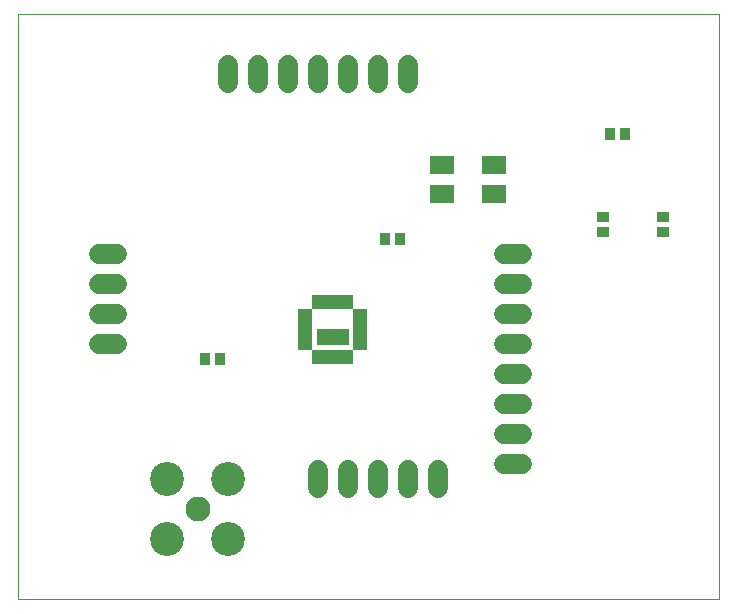
<source format=gts>
G75*
%MOIN*%
%OFA0B0*%
%FSLAX25Y25*%
%IPPOS*%
%LPD*%
%AMOC8*
5,1,8,0,0,1.08239X$1,22.5*
%
%ADD10C,0.00000*%
%ADD11R,0.04343X0.03556*%
%ADD12R,0.03556X0.04343*%
%ADD13R,0.08280X0.06312*%
%ADD14C,0.06800*%
%ADD15R,0.04540X0.01981*%
%ADD16R,0.01981X0.04540*%
%ADD17R,0.10800X0.05800*%
%ADD18C,0.08300*%
%ADD19C,0.11300*%
D10*
X0001000Y0017069D02*
X0001000Y0212030D01*
X0234701Y0212030D01*
X0234701Y0017069D01*
X0001000Y0017069D01*
D11*
X0196000Y0139510D03*
X0196000Y0144628D03*
X0216000Y0144628D03*
X0216000Y0139510D03*
D12*
X0203559Y0172069D03*
X0198441Y0172069D03*
X0128559Y0137069D03*
X0123441Y0137069D03*
X0068559Y0097069D03*
X0063441Y0097069D03*
D13*
X0142339Y0152345D03*
X0142339Y0161794D03*
X0159661Y0161794D03*
X0159661Y0152345D03*
D14*
X0163000Y0132069D02*
X0169000Y0132069D01*
X0169000Y0122069D02*
X0163000Y0122069D01*
X0163000Y0112069D02*
X0169000Y0112069D01*
X0169000Y0102069D02*
X0163000Y0102069D01*
X0163000Y0092069D02*
X0169000Y0092069D01*
X0169000Y0082069D02*
X0163000Y0082069D01*
X0163000Y0072069D02*
X0169000Y0072069D01*
X0169000Y0062069D02*
X0163000Y0062069D01*
X0141000Y0060069D02*
X0141000Y0054069D01*
X0131000Y0054069D02*
X0131000Y0060069D01*
X0121000Y0060069D02*
X0121000Y0054069D01*
X0111000Y0054069D02*
X0111000Y0060069D01*
X0101000Y0060069D02*
X0101000Y0054069D01*
X0034000Y0102069D02*
X0028000Y0102069D01*
X0028000Y0112069D02*
X0034000Y0112069D01*
X0034000Y0122069D02*
X0028000Y0122069D01*
X0028000Y0132069D02*
X0034000Y0132069D01*
X0071000Y0189069D02*
X0071000Y0195069D01*
X0081000Y0195069D02*
X0081000Y0189069D01*
X0091000Y0189069D02*
X0091000Y0195069D01*
X0101000Y0195069D02*
X0101000Y0189069D01*
X0111000Y0189069D02*
X0111000Y0195069D01*
X0121000Y0195069D02*
X0121000Y0189069D01*
X0131000Y0189069D02*
X0131000Y0195069D01*
D15*
X0115213Y0112975D03*
X0115213Y0111006D03*
X0115213Y0109038D03*
X0115213Y0107069D03*
X0115213Y0105101D03*
X0115213Y0103132D03*
X0115213Y0101164D03*
X0096787Y0101164D03*
X0096787Y0103132D03*
X0096787Y0105101D03*
X0096787Y0107069D03*
X0096787Y0109038D03*
X0096787Y0111006D03*
X0096787Y0112975D03*
D16*
X0100094Y0116282D03*
X0102063Y0116282D03*
X0104031Y0116282D03*
X0106000Y0116282D03*
X0107969Y0116282D03*
X0109937Y0116282D03*
X0111906Y0116282D03*
X0111906Y0097857D03*
X0109937Y0097857D03*
X0107969Y0097857D03*
X0106000Y0097857D03*
X0104031Y0097857D03*
X0102063Y0097857D03*
X0100094Y0097857D03*
D17*
X0106000Y0104569D03*
D18*
X0061000Y0047069D03*
D19*
X0050961Y0057108D03*
X0050961Y0037030D03*
X0071039Y0037030D03*
X0071039Y0057108D03*
M02*

</source>
